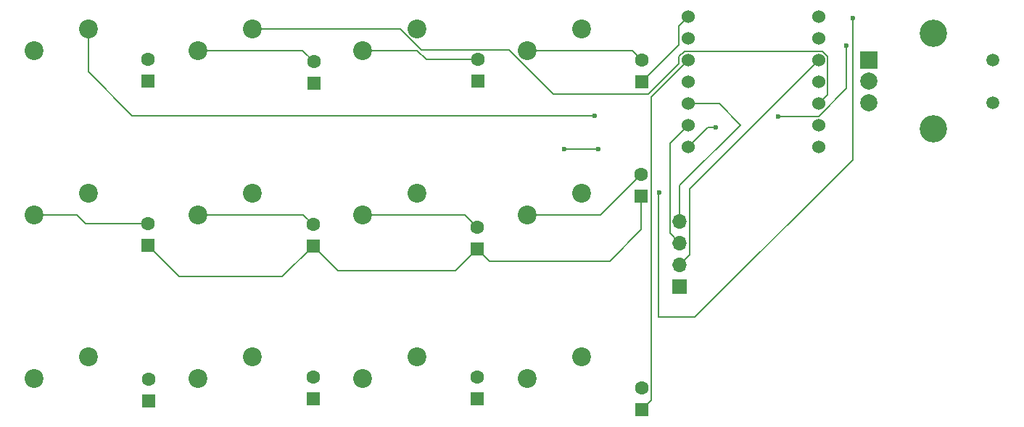
<source format=gbr>
%TF.GenerationSoftware,KiCad,Pcbnew,9.0.2*%
%TF.CreationDate,2025-07-04T04:15:55-07:00*%
%TF.ProjectId,HackPad_Dristi,4861636b-5061-4645-9f44-72697374692e,rev?*%
%TF.SameCoordinates,Original*%
%TF.FileFunction,Copper,L2,Bot*%
%TF.FilePolarity,Positive*%
%FSLAX46Y46*%
G04 Gerber Fmt 4.6, Leading zero omitted, Abs format (unit mm)*
G04 Created by KiCad (PCBNEW 9.0.2) date 2025-07-04 04:15:55*
%MOMM*%
%LPD*%
G01*
G04 APERTURE LIST*
G04 Aperture macros list*
%AMRoundRect*
0 Rectangle with rounded corners*
0 $1 Rounding radius*
0 $2 $3 $4 $5 $6 $7 $8 $9 X,Y pos of 4 corners*
0 Add a 4 corners polygon primitive as box body*
4,1,4,$2,$3,$4,$5,$6,$7,$8,$9,$2,$3,0*
0 Add four circle primitives for the rounded corners*
1,1,$1+$1,$2,$3*
1,1,$1+$1,$4,$5*
1,1,$1+$1,$6,$7*
1,1,$1+$1,$8,$9*
0 Add four rect primitives between the rounded corners*
20,1,$1+$1,$2,$3,$4,$5,0*
20,1,$1+$1,$4,$5,$6,$7,0*
20,1,$1+$1,$6,$7,$8,$9,0*
20,1,$1+$1,$8,$9,$2,$3,0*%
G04 Aperture macros list end*
%TA.AperFunction,ComponentPad*%
%ADD10R,1.700000X1.700000*%
%TD*%
%TA.AperFunction,ComponentPad*%
%ADD11O,1.700000X1.700000*%
%TD*%
%TA.AperFunction,ComponentPad*%
%ADD12C,1.500000*%
%TD*%
%TA.AperFunction,ComponentPad*%
%ADD13R,2.000000X2.000000*%
%TD*%
%TA.AperFunction,ComponentPad*%
%ADD14C,2.000000*%
%TD*%
%TA.AperFunction,ComponentPad*%
%ADD15C,3.200000*%
%TD*%
%TA.AperFunction,ComponentPad*%
%ADD16C,1.524000*%
%TD*%
%TA.AperFunction,ComponentPad*%
%ADD17RoundRect,0.250000X0.550000X-0.550000X0.550000X0.550000X-0.550000X0.550000X-0.550000X-0.550000X0*%
%TD*%
%TA.AperFunction,ComponentPad*%
%ADD18C,1.600000*%
%TD*%
%TA.AperFunction,ComponentPad*%
%ADD19C,2.200000*%
%TD*%
%TA.AperFunction,ViaPad*%
%ADD20C,0.600000*%
%TD*%
%TA.AperFunction,Conductor*%
%ADD21C,0.200000*%
%TD*%
G04 APERTURE END LIST*
D10*
%TO.P,J1,1,GND*%
%TO.N,GND*%
X177900000Y-89120000D03*
D11*
%TO.P,J1,2,VCC*%
%TO.N,+3.3V*%
X177900000Y-86580000D03*
%TO.P,J1,3,SCL*%
%TO.N,Net-(J1-SCL)*%
X177900000Y-84040000D03*
%TO.P,J1,4,SDA*%
%TO.N,Net-(J1-SDA)*%
X177900000Y-81500000D03*
%TD*%
D12*
%TO.P,SW13,*%
%TO.N,*%
X214500000Y-62600000D03*
X214500000Y-67600000D03*
D13*
%TO.P,SW13,A,A*%
%TO.N,Net-(U2-GPIO0{slash}TX)*%
X200000000Y-62600000D03*
D14*
%TO.P,SW13,B,B*%
%TO.N,Net-(U2-GPIO29{slash}ADC3{slash}A3)*%
X200000000Y-67600000D03*
%TO.P,SW13,C,C*%
%TO.N,GND*%
X200000000Y-65100000D03*
D15*
%TO.P,SW13,MP*%
%TO.N,N/C*%
X207500000Y-59500000D03*
X207500000Y-70700000D03*
%TD*%
D16*
%TO.P,U2,1,GPIO26/ADC0/A0*%
%TO.N,Row1*%
X178880000Y-57548500D03*
%TO.P,U2,2,GPIO27/ADC1/A1*%
%TO.N,Row2*%
X178880000Y-60088500D03*
%TO.P,U2,3,GPIO28/ADC2/A2*%
%TO.N,Row3*%
X178880000Y-62628500D03*
%TO.P,U2,4,GPIO29/ADC3/A3*%
%TO.N,Net-(U2-GPIO29{slash}ADC3{slash}A3)*%
X178880000Y-65168500D03*
%TO.P,U2,5,GPIO6/SDA*%
%TO.N,Net-(J1-SDA)*%
X178880000Y-67708500D03*
%TO.P,U2,6,GPIO7/SCL*%
%TO.N,Net-(J1-SCL)*%
X178880000Y-70248500D03*
%TO.P,U2,7,GPIO0/TX*%
%TO.N,Net-(U2-GPIO0{slash}TX)*%
X178880000Y-72788500D03*
%TO.P,U2,8,GPIO1/RX*%
%TO.N,Col4*%
X194120000Y-72788500D03*
%TO.P,U2,9,GPIO2/SCK*%
%TO.N,Col3*%
X194120000Y-70248500D03*
%TO.P,U2,10,GPIO4/MISO*%
%TO.N,Col2*%
X194120000Y-67708500D03*
%TO.P,U2,11,GPIO3/MOSI*%
%TO.N,Col1*%
X194120000Y-65168500D03*
%TO.P,U2,12,3V3*%
%TO.N,+3.3V*%
X194120000Y-62628500D03*
%TO.P,U2,13,GND*%
%TO.N,GND*%
X194120000Y-60088500D03*
%TO.P,U2,14,VBUS*%
%TO.N,+5V*%
X194120000Y-57548500D03*
%TD*%
D17*
%TO.P,D11,1,K*%
%TO.N,Row3*%
X154300000Y-102214315D03*
D18*
%TO.P,D11,2,A*%
%TO.N,Net-(D11-A)*%
X154300000Y-99674315D03*
%TD*%
D17*
%TO.P,D1,1,K*%
%TO.N,Row1*%
X115800000Y-65114315D03*
D18*
%TO.P,D1,2,A*%
%TO.N,Net-(D1-A)*%
X115800000Y-62574315D03*
%TD*%
D17*
%TO.P,D5,1,K*%
%TO.N,Row2*%
X115800000Y-84314315D03*
D18*
%TO.P,D5,2,A*%
%TO.N,Net-(D5-A)*%
X115800000Y-81774315D03*
%TD*%
D19*
%TO.P,SW7,1,1*%
%TO.N,Col3*%
X147250000Y-78170000D03*
%TO.P,SW7,2,2*%
%TO.N,Net-(D7-A)*%
X140900000Y-80710000D03*
%TD*%
%TO.P,SW11,1,1*%
%TO.N,Col3*%
X147250000Y-97370000D03*
%TO.P,SW11,2,2*%
%TO.N,Net-(D11-A)*%
X140900000Y-99910000D03*
%TD*%
D17*
%TO.P,D2,1,K*%
%TO.N,Row1*%
X135200000Y-65340000D03*
D18*
%TO.P,D2,2,A*%
%TO.N,Net-(D2-A)*%
X135200000Y-62800000D03*
%TD*%
D17*
%TO.P,D8,1,K*%
%TO.N,Row2*%
X173400000Y-78540000D03*
D18*
%TO.P,D8,2,A*%
%TO.N,Net-(D8-A)*%
X173400000Y-76000000D03*
%TD*%
D19*
%TO.P,SW4,1,1*%
%TO.N,Col4*%
X166450000Y-58970000D03*
%TO.P,SW4,2,2*%
%TO.N,Net-(D4-A)*%
X160100000Y-61510000D03*
%TD*%
%TO.P,SW2,1,1*%
%TO.N,Col2*%
X128050000Y-58970000D03*
%TO.P,SW2,2,2*%
%TO.N,Net-(D2-A)*%
X121700000Y-61510000D03*
%TD*%
D17*
%TO.P,D6,1,K*%
%TO.N,Row2*%
X135100000Y-84364315D03*
D18*
%TO.P,D6,2,A*%
%TO.N,Net-(D6-A)*%
X135100000Y-81824315D03*
%TD*%
D19*
%TO.P,SW12,1,1*%
%TO.N,Col4*%
X166450000Y-97370000D03*
%TO.P,SW12,2,2*%
%TO.N,Net-(D12-A)*%
X160100000Y-99910000D03*
%TD*%
D17*
%TO.P,D7,1,K*%
%TO.N,Row2*%
X154300000Y-84714315D03*
D18*
%TO.P,D7,2,A*%
%TO.N,Net-(D7-A)*%
X154300000Y-82174315D03*
%TD*%
D19*
%TO.P,SW10,1,1*%
%TO.N,Col2*%
X128050000Y-97370000D03*
%TO.P,SW10,2,2*%
%TO.N,Net-(D10-A)*%
X121700000Y-99910000D03*
%TD*%
D17*
%TO.P,D9,1,K*%
%TO.N,Row3*%
X115900000Y-102514315D03*
D18*
%TO.P,D9,2,A*%
%TO.N,Net-(D9-A)*%
X115900000Y-99974315D03*
%TD*%
D17*
%TO.P,D12,1,K*%
%TO.N,Row3*%
X173500000Y-103554315D03*
D18*
%TO.P,D12,2,A*%
%TO.N,Net-(D12-A)*%
X173500000Y-101014315D03*
%TD*%
D17*
%TO.P,D10,1,K*%
%TO.N,Row3*%
X135100000Y-102214315D03*
D18*
%TO.P,D10,2,A*%
%TO.N,Net-(D10-A)*%
X135100000Y-99674315D03*
%TD*%
D19*
%TO.P,SW1,1,1*%
%TO.N,Col1*%
X108850000Y-58970000D03*
%TO.P,SW1,2,2*%
%TO.N,Net-(D1-A)*%
X102500000Y-61510000D03*
%TD*%
D17*
%TO.P,D4,1,K*%
%TO.N,Row1*%
X173490000Y-65140000D03*
D18*
%TO.P,D4,2,A*%
%TO.N,Net-(D4-A)*%
X173490000Y-62600000D03*
%TD*%
D19*
%TO.P,SW6,1,1*%
%TO.N,Col2*%
X128050000Y-78170000D03*
%TO.P,SW6,2,2*%
%TO.N,Net-(D6-A)*%
X121700000Y-80710000D03*
%TD*%
%TO.P,SW3,1,1*%
%TO.N,Col3*%
X147250000Y-58970000D03*
%TO.P,SW3,2,2*%
%TO.N,Net-(D3-A)*%
X140900000Y-61510000D03*
%TD*%
%TO.P,SW5,1,1*%
%TO.N,Col1*%
X108850000Y-78170000D03*
%TO.P,SW5,2,2*%
%TO.N,Net-(D5-A)*%
X102500000Y-80710000D03*
%TD*%
%TO.P,SW9,1,1*%
%TO.N,Col1*%
X108850000Y-97370000D03*
%TO.P,SW9,2,2*%
%TO.N,Net-(D9-A)*%
X102500000Y-99910000D03*
%TD*%
%TO.P,SW8,1,1*%
%TO.N,Col4*%
X166450000Y-78170000D03*
%TO.P,SW8,2,2*%
%TO.N,Net-(D8-A)*%
X160100000Y-80710000D03*
%TD*%
D17*
%TO.P,D3,1,K*%
%TO.N,Row1*%
X154310000Y-65114315D03*
D18*
%TO.P,D3,2,A*%
%TO.N,Net-(D3-A)*%
X154310000Y-62574315D03*
%TD*%
D20*
%TO.N,Row2*%
X175500000Y-78100000D03*
X198100000Y-57700000D03*
%TO.N,Net-(U2-GPIO0{slash}TX)*%
X182100000Y-70500000D03*
X189400000Y-69200000D03*
X197400000Y-60900000D03*
%TO.N,Col3*%
X164400000Y-73000000D03*
X168400000Y-73000000D03*
%TO.N,Col1*%
X168000000Y-69100000D03*
%TD*%
D21*
%TO.N,Row1*%
X177817000Y-60813000D02*
X173490000Y-65140000D01*
X177817000Y-58611500D02*
X177817000Y-60813000D01*
X178880000Y-57548500D02*
X177817000Y-58611500D01*
%TO.N,Net-(D3-A)*%
X148295901Y-62574315D02*
X154310000Y-62574315D01*
X147241586Y-61520000D02*
X148295901Y-62574315D01*
X140900000Y-61520000D02*
X147241586Y-61520000D01*
%TO.N,Net-(D4-A)*%
X160090000Y-61510000D02*
X172400000Y-61510000D01*
X172400000Y-61510000D02*
X173490000Y-62600000D01*
%TO.N,Net-(D5-A)*%
X107510000Y-80710000D02*
X108574315Y-81774315D01*
X102500000Y-80710000D02*
X107510000Y-80710000D01*
X108574315Y-81774315D02*
X115800000Y-81774315D01*
%TO.N,Net-(D6-A)*%
X121700000Y-80700000D02*
X133975685Y-80700000D01*
X133975685Y-80700000D02*
X135100000Y-81824315D01*
%TO.N,Row2*%
X179700000Y-92700000D02*
X175400000Y-92700000D01*
X131514315Y-87950000D02*
X119435685Y-87950000D01*
X173400000Y-82470000D02*
X173400000Y-78540000D01*
X154300000Y-84714315D02*
X155715685Y-86130000D01*
X135100000Y-84364315D02*
X131514315Y-87950000D01*
X151734315Y-87280000D02*
X154300000Y-84714315D01*
X135100000Y-84364315D02*
X138015685Y-87280000D01*
X175400000Y-92700000D02*
X175400000Y-78200000D01*
X169740000Y-86130000D02*
X173400000Y-82470000D01*
X198100000Y-57700000D02*
X198100000Y-74300000D01*
X198100000Y-74300000D02*
X179700000Y-92700000D01*
X138015685Y-87280000D02*
X151734315Y-87280000D01*
X175400000Y-78200000D02*
X175500000Y-78100000D01*
X119435685Y-87950000D02*
X115800000Y-84314315D01*
X155715685Y-86130000D02*
X169740000Y-86130000D01*
%TO.N,Net-(D7-A)*%
X152835685Y-80710000D02*
X154300000Y-82174315D01*
X140890000Y-80710000D02*
X152835685Y-80710000D01*
%TO.N,Net-(D8-A)*%
X160080000Y-80710000D02*
X168690000Y-80710000D01*
X168690000Y-80710000D02*
X173400000Y-76000000D01*
%TO.N,Row3*%
X174601000Y-66907500D02*
X174601000Y-102453315D01*
X178880000Y-62628500D02*
X174601000Y-66907500D01*
X174601000Y-102453315D02*
X173500000Y-103554315D01*
%TO.N,Net-(J1-SCL)*%
X176749000Y-82889000D02*
X176749000Y-72379500D01*
X176749000Y-72379500D02*
X178880000Y-70248500D01*
X177900000Y-84040000D02*
X176749000Y-82889000D01*
%TO.N,+3.3V*%
X179051000Y-77697500D02*
X194120000Y-62628500D01*
X179051000Y-85429000D02*
X179051000Y-77697500D01*
X177900000Y-86580000D02*
X179051000Y-85429000D01*
%TO.N,Net-(J1-SDA)*%
X177900000Y-77300000D02*
X177900000Y-81500000D01*
X185000000Y-70200000D02*
X177900000Y-77300000D01*
X178880000Y-67708500D02*
X182508500Y-67708500D01*
X182508500Y-67708500D02*
X185000000Y-70200000D01*
%TO.N,Net-(U2-GPIO0{slash}TX)*%
X189414500Y-69185500D02*
X189400000Y-69200000D01*
X194146310Y-69185500D02*
X189414500Y-69185500D01*
X182100000Y-70500000D02*
X181168500Y-70500000D01*
X197400000Y-65931810D02*
X194146310Y-69185500D01*
X181168500Y-70500000D02*
X178880000Y-72788500D01*
X197400000Y-60900000D02*
X197400000Y-65931810D01*
%TO.N,Col2*%
X157998499Y-61473315D02*
X163125184Y-66600000D01*
X195183000Y-66645500D02*
X194120000Y-67708500D01*
X194560310Y-61565500D02*
X195183000Y-62188190D01*
X177817000Y-63068810D02*
X177817000Y-62188190D01*
X163125184Y-66600000D02*
X174285810Y-66600000D01*
X128060000Y-58960000D02*
X145248686Y-58960000D01*
X145248686Y-58960000D02*
X147762001Y-61473315D01*
X147762001Y-61473315D02*
X157998499Y-61473315D01*
X195183000Y-62188190D02*
X195183000Y-66645500D01*
X174285810Y-66600000D02*
X177817000Y-63068810D01*
X178439690Y-61565500D02*
X194560310Y-61565500D01*
X177817000Y-62188190D02*
X178439690Y-61565500D01*
%TO.N,Col3*%
X164400000Y-73000000D02*
X168400000Y-73000000D01*
%TO.N,Col1*%
X168000000Y-69100000D02*
X113971000Y-69100000D01*
X108860000Y-63989000D02*
X108860000Y-58970000D01*
X113971000Y-69100000D02*
X108860000Y-63989000D01*
%TO.N,Net-(D2-A)*%
X121710000Y-61500000D02*
X133900000Y-61500000D01*
X133900000Y-61500000D02*
X135200000Y-62800000D01*
%TD*%
M02*

</source>
